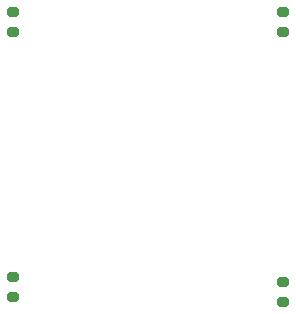
<source format=gbr>
%TF.GenerationSoftware,KiCad,Pcbnew,7.0.6*%
%TF.CreationDate,2024-03-18T09:35:31+01:00*%
%TF.ProjectId,PymonPCB,50796d6f-6e50-4434-922e-6b696361645f,rev?*%
%TF.SameCoordinates,Original*%
%TF.FileFunction,Paste,Bot*%
%TF.FilePolarity,Positive*%
%FSLAX46Y46*%
G04 Gerber Fmt 4.6, Leading zero omitted, Abs format (unit mm)*
G04 Created by KiCad (PCBNEW 7.0.6) date 2024-03-18 09:35:31*
%MOMM*%
%LPD*%
G01*
G04 APERTURE LIST*
G04 Aperture macros list*
%AMRoundRect*
0 Rectangle with rounded corners*
0 $1 Rounding radius*
0 $2 $3 $4 $5 $6 $7 $8 $9 X,Y pos of 4 corners*
0 Add a 4 corners polygon primitive as box body*
4,1,4,$2,$3,$4,$5,$6,$7,$8,$9,$2,$3,0*
0 Add four circle primitives for the rounded corners*
1,1,$1+$1,$2,$3*
1,1,$1+$1,$4,$5*
1,1,$1+$1,$6,$7*
1,1,$1+$1,$8,$9*
0 Add four rect primitives between the rounded corners*
20,1,$1+$1,$2,$3,$4,$5,0*
20,1,$1+$1,$4,$5,$6,$7,0*
20,1,$1+$1,$6,$7,$8,$9,0*
20,1,$1+$1,$8,$9,$2,$3,0*%
G04 Aperture macros list end*
%ADD10RoundRect,0.200000X-0.275000X0.200000X-0.275000X-0.200000X0.275000X-0.200000X0.275000X0.200000X0*%
%ADD11RoundRect,0.200000X0.275000X-0.200000X0.275000X0.200000X-0.275000X0.200000X-0.275000X-0.200000X0*%
G04 APERTURE END LIST*
D10*
%TO.C,R4*%
X123190000Y-114300000D03*
X123190000Y-115950000D03*
%TD*%
D11*
%TO.C,R2*%
X123127000Y-93535000D03*
X123127000Y-91885000D03*
%TD*%
%TO.C,R1*%
X146050000Y-93535000D03*
X146050000Y-91885000D03*
%TD*%
D10*
%TO.C,R3*%
X146050000Y-114745000D03*
X146050000Y-116395000D03*
%TD*%
M02*

</source>
